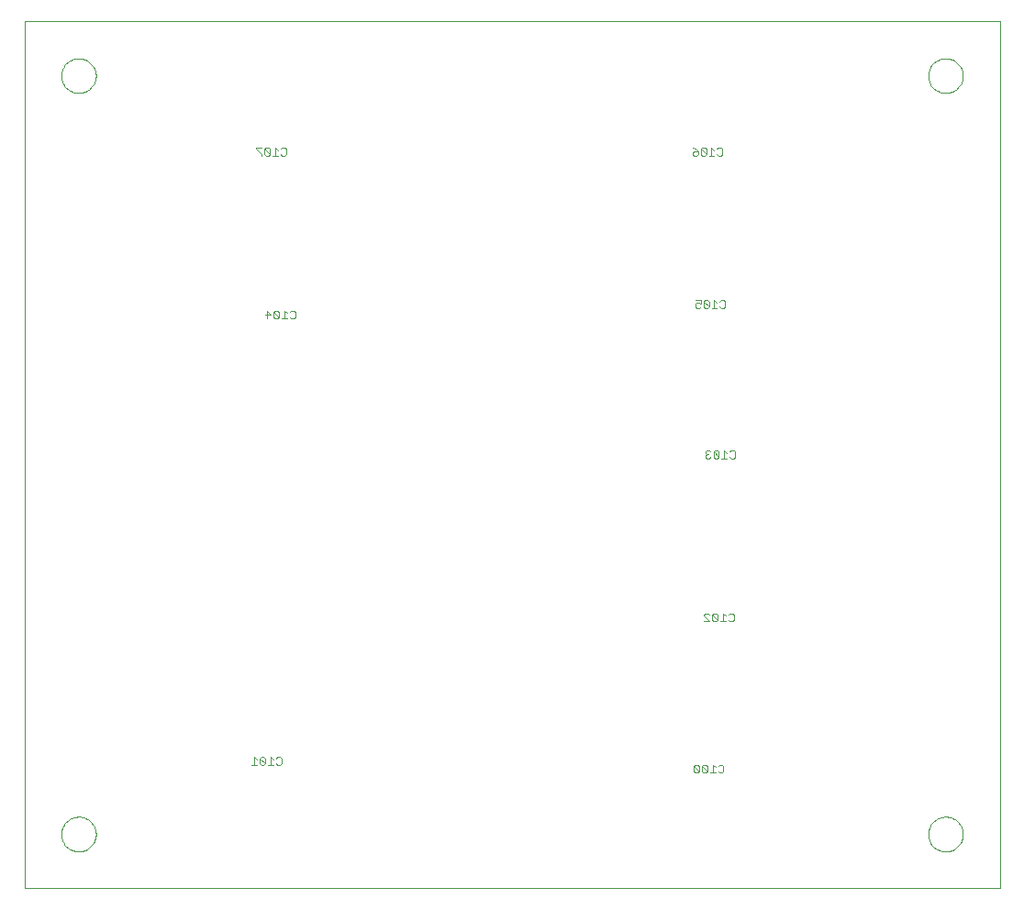
<source format=gbo>
G75*
G70*
%OFA0B0*%
%FSLAX24Y24*%
%IPPOS*%
%LPD*%
%AMOC8*
5,1,8,0,0,1.08239X$1,22.5*
%
%ADD10C,0.0000*%
%ADD11C,0.0030*%
D10*
X001140Y001460D02*
X001140Y032956D01*
X036573Y032956D01*
X036573Y001460D01*
X001140Y001460D01*
X002479Y003429D02*
X002481Y003479D01*
X002487Y003529D01*
X002497Y003578D01*
X002511Y003626D01*
X002528Y003673D01*
X002549Y003718D01*
X002574Y003762D01*
X002602Y003803D01*
X002634Y003842D01*
X002668Y003879D01*
X002705Y003913D01*
X002745Y003943D01*
X002787Y003970D01*
X002831Y003994D01*
X002877Y004015D01*
X002924Y004031D01*
X002972Y004044D01*
X003022Y004053D01*
X003071Y004058D01*
X003122Y004059D01*
X003172Y004056D01*
X003221Y004049D01*
X003270Y004038D01*
X003318Y004023D01*
X003364Y004005D01*
X003409Y003983D01*
X003452Y003957D01*
X003493Y003928D01*
X003532Y003896D01*
X003568Y003861D01*
X003600Y003823D01*
X003630Y003783D01*
X003657Y003740D01*
X003680Y003696D01*
X003699Y003650D01*
X003715Y003602D01*
X003727Y003553D01*
X003735Y003504D01*
X003739Y003454D01*
X003739Y003404D01*
X003735Y003354D01*
X003727Y003305D01*
X003715Y003256D01*
X003699Y003208D01*
X003680Y003162D01*
X003657Y003118D01*
X003630Y003075D01*
X003600Y003035D01*
X003568Y002997D01*
X003532Y002962D01*
X003493Y002930D01*
X003452Y002901D01*
X003409Y002875D01*
X003364Y002853D01*
X003318Y002835D01*
X003270Y002820D01*
X003221Y002809D01*
X003172Y002802D01*
X003122Y002799D01*
X003071Y002800D01*
X003022Y002805D01*
X002972Y002814D01*
X002924Y002827D01*
X002877Y002843D01*
X002831Y002864D01*
X002787Y002888D01*
X002745Y002915D01*
X002705Y002945D01*
X002668Y002979D01*
X002634Y003016D01*
X002602Y003055D01*
X002574Y003096D01*
X002549Y003140D01*
X002528Y003185D01*
X002511Y003232D01*
X002497Y003280D01*
X002487Y003329D01*
X002481Y003379D01*
X002479Y003429D01*
X002479Y030988D02*
X002481Y031038D01*
X002487Y031088D01*
X002497Y031137D01*
X002511Y031185D01*
X002528Y031232D01*
X002549Y031277D01*
X002574Y031321D01*
X002602Y031362D01*
X002634Y031401D01*
X002668Y031438D01*
X002705Y031472D01*
X002745Y031502D01*
X002787Y031529D01*
X002831Y031553D01*
X002877Y031574D01*
X002924Y031590D01*
X002972Y031603D01*
X003022Y031612D01*
X003071Y031617D01*
X003122Y031618D01*
X003172Y031615D01*
X003221Y031608D01*
X003270Y031597D01*
X003318Y031582D01*
X003364Y031564D01*
X003409Y031542D01*
X003452Y031516D01*
X003493Y031487D01*
X003532Y031455D01*
X003568Y031420D01*
X003600Y031382D01*
X003630Y031342D01*
X003657Y031299D01*
X003680Y031255D01*
X003699Y031209D01*
X003715Y031161D01*
X003727Y031112D01*
X003735Y031063D01*
X003739Y031013D01*
X003739Y030963D01*
X003735Y030913D01*
X003727Y030864D01*
X003715Y030815D01*
X003699Y030767D01*
X003680Y030721D01*
X003657Y030677D01*
X003630Y030634D01*
X003600Y030594D01*
X003568Y030556D01*
X003532Y030521D01*
X003493Y030489D01*
X003452Y030460D01*
X003409Y030434D01*
X003364Y030412D01*
X003318Y030394D01*
X003270Y030379D01*
X003221Y030368D01*
X003172Y030361D01*
X003122Y030358D01*
X003071Y030359D01*
X003022Y030364D01*
X002972Y030373D01*
X002924Y030386D01*
X002877Y030402D01*
X002831Y030423D01*
X002787Y030447D01*
X002745Y030474D01*
X002705Y030504D01*
X002668Y030538D01*
X002634Y030575D01*
X002602Y030614D01*
X002574Y030655D01*
X002549Y030699D01*
X002528Y030744D01*
X002511Y030791D01*
X002497Y030839D01*
X002487Y030888D01*
X002481Y030938D01*
X002479Y030988D01*
X033975Y030988D02*
X033977Y031038D01*
X033983Y031088D01*
X033993Y031137D01*
X034007Y031185D01*
X034024Y031232D01*
X034045Y031277D01*
X034070Y031321D01*
X034098Y031362D01*
X034130Y031401D01*
X034164Y031438D01*
X034201Y031472D01*
X034241Y031502D01*
X034283Y031529D01*
X034327Y031553D01*
X034373Y031574D01*
X034420Y031590D01*
X034468Y031603D01*
X034518Y031612D01*
X034567Y031617D01*
X034618Y031618D01*
X034668Y031615D01*
X034717Y031608D01*
X034766Y031597D01*
X034814Y031582D01*
X034860Y031564D01*
X034905Y031542D01*
X034948Y031516D01*
X034989Y031487D01*
X035028Y031455D01*
X035064Y031420D01*
X035096Y031382D01*
X035126Y031342D01*
X035153Y031299D01*
X035176Y031255D01*
X035195Y031209D01*
X035211Y031161D01*
X035223Y031112D01*
X035231Y031063D01*
X035235Y031013D01*
X035235Y030963D01*
X035231Y030913D01*
X035223Y030864D01*
X035211Y030815D01*
X035195Y030767D01*
X035176Y030721D01*
X035153Y030677D01*
X035126Y030634D01*
X035096Y030594D01*
X035064Y030556D01*
X035028Y030521D01*
X034989Y030489D01*
X034948Y030460D01*
X034905Y030434D01*
X034860Y030412D01*
X034814Y030394D01*
X034766Y030379D01*
X034717Y030368D01*
X034668Y030361D01*
X034618Y030358D01*
X034567Y030359D01*
X034518Y030364D01*
X034468Y030373D01*
X034420Y030386D01*
X034373Y030402D01*
X034327Y030423D01*
X034283Y030447D01*
X034241Y030474D01*
X034201Y030504D01*
X034164Y030538D01*
X034130Y030575D01*
X034098Y030614D01*
X034070Y030655D01*
X034045Y030699D01*
X034024Y030744D01*
X034007Y030791D01*
X033993Y030839D01*
X033983Y030888D01*
X033977Y030938D01*
X033975Y030988D01*
X033975Y003429D02*
X033977Y003479D01*
X033983Y003529D01*
X033993Y003578D01*
X034007Y003626D01*
X034024Y003673D01*
X034045Y003718D01*
X034070Y003762D01*
X034098Y003803D01*
X034130Y003842D01*
X034164Y003879D01*
X034201Y003913D01*
X034241Y003943D01*
X034283Y003970D01*
X034327Y003994D01*
X034373Y004015D01*
X034420Y004031D01*
X034468Y004044D01*
X034518Y004053D01*
X034567Y004058D01*
X034618Y004059D01*
X034668Y004056D01*
X034717Y004049D01*
X034766Y004038D01*
X034814Y004023D01*
X034860Y004005D01*
X034905Y003983D01*
X034948Y003957D01*
X034989Y003928D01*
X035028Y003896D01*
X035064Y003861D01*
X035096Y003823D01*
X035126Y003783D01*
X035153Y003740D01*
X035176Y003696D01*
X035195Y003650D01*
X035211Y003602D01*
X035223Y003553D01*
X035231Y003504D01*
X035235Y003454D01*
X035235Y003404D01*
X035231Y003354D01*
X035223Y003305D01*
X035211Y003256D01*
X035195Y003208D01*
X035176Y003162D01*
X035153Y003118D01*
X035126Y003075D01*
X035096Y003035D01*
X035064Y002997D01*
X035028Y002962D01*
X034989Y002930D01*
X034948Y002901D01*
X034905Y002875D01*
X034860Y002853D01*
X034814Y002835D01*
X034766Y002820D01*
X034717Y002809D01*
X034668Y002802D01*
X034618Y002799D01*
X034567Y002800D01*
X034518Y002805D01*
X034468Y002814D01*
X034420Y002827D01*
X034373Y002843D01*
X034327Y002864D01*
X034283Y002888D01*
X034241Y002915D01*
X034201Y002945D01*
X034164Y002979D01*
X034130Y003016D01*
X034098Y003055D01*
X034070Y003096D01*
X034045Y003140D01*
X034024Y003185D01*
X034007Y003232D01*
X033993Y003280D01*
X033983Y003329D01*
X033977Y003379D01*
X033975Y003429D01*
D11*
X026534Y005713D02*
X026485Y005665D01*
X026388Y005665D01*
X026340Y005713D01*
X026239Y005665D02*
X026045Y005665D01*
X026142Y005665D02*
X026142Y005955D01*
X026239Y005858D01*
X026340Y005907D02*
X026388Y005955D01*
X026485Y005955D01*
X026534Y005907D01*
X026534Y005713D01*
X025944Y005713D02*
X025751Y005907D01*
X025751Y005713D01*
X025799Y005665D01*
X025896Y005665D01*
X025944Y005713D01*
X025944Y005907D01*
X025896Y005955D01*
X025799Y005955D01*
X025751Y005907D01*
X025650Y005907D02*
X025601Y005955D01*
X025505Y005955D01*
X025456Y005907D01*
X025650Y005713D01*
X025601Y005665D01*
X025505Y005665D01*
X025456Y005713D01*
X025456Y005907D01*
X025650Y005907D02*
X025650Y005713D01*
X025836Y011165D02*
X026030Y011165D01*
X025836Y011358D01*
X025836Y011407D01*
X025885Y011455D01*
X025981Y011455D01*
X026030Y011407D01*
X026131Y011407D02*
X026324Y011213D01*
X026276Y011165D01*
X026179Y011165D01*
X026131Y011213D01*
X026131Y011407D01*
X026179Y011455D01*
X026276Y011455D01*
X026324Y011407D01*
X026324Y011213D01*
X026425Y011165D02*
X026619Y011165D01*
X026522Y011165D02*
X026522Y011455D01*
X026619Y011358D01*
X026720Y011407D02*
X026768Y011455D01*
X026865Y011455D01*
X026914Y011407D01*
X026914Y011213D01*
X026865Y011165D01*
X026768Y011165D01*
X026720Y011213D01*
X026659Y017085D02*
X026465Y017085D01*
X026562Y017085D02*
X026562Y017375D01*
X026659Y017278D01*
X026760Y017327D02*
X026808Y017375D01*
X026905Y017375D01*
X026954Y017327D01*
X026954Y017133D01*
X026905Y017085D01*
X026808Y017085D01*
X026760Y017133D01*
X026364Y017133D02*
X026171Y017327D01*
X026171Y017133D01*
X026219Y017085D01*
X026316Y017085D01*
X026364Y017133D01*
X026364Y017327D01*
X026316Y017375D01*
X026219Y017375D01*
X026171Y017327D01*
X026070Y017327D02*
X026021Y017375D01*
X025925Y017375D01*
X025876Y017327D01*
X025876Y017278D01*
X025925Y017230D01*
X025876Y017182D01*
X025876Y017133D01*
X025925Y017085D01*
X026021Y017085D01*
X026070Y017133D01*
X025973Y017230D02*
X025925Y017230D01*
X025956Y022545D02*
X026004Y022593D01*
X025811Y022787D01*
X025811Y022593D01*
X025859Y022545D01*
X025956Y022545D01*
X026004Y022593D02*
X026004Y022787D01*
X025956Y022835D01*
X025859Y022835D01*
X025811Y022787D01*
X025710Y022835D02*
X025710Y022690D01*
X025613Y022738D01*
X025565Y022738D01*
X025516Y022690D01*
X025516Y022593D01*
X025565Y022545D01*
X025661Y022545D01*
X025710Y022593D01*
X025710Y022835D02*
X025516Y022835D01*
X026105Y022545D02*
X026299Y022545D01*
X026202Y022545D02*
X026202Y022835D01*
X026299Y022738D01*
X026400Y022787D02*
X026448Y022835D01*
X026545Y022835D01*
X026594Y022787D01*
X026594Y022593D01*
X026545Y022545D01*
X026448Y022545D01*
X026400Y022593D01*
X026445Y028085D02*
X026348Y028085D01*
X026300Y028133D01*
X026199Y028085D02*
X026005Y028085D01*
X026102Y028085D02*
X026102Y028375D01*
X026199Y028278D01*
X026300Y028327D02*
X026348Y028375D01*
X026445Y028375D01*
X026494Y028327D01*
X026494Y028133D01*
X026445Y028085D01*
X025904Y028133D02*
X025856Y028085D01*
X025759Y028085D01*
X025711Y028133D01*
X025711Y028327D01*
X025904Y028133D01*
X025904Y028327D01*
X025856Y028375D01*
X025759Y028375D01*
X025711Y028327D01*
X025610Y028230D02*
X025465Y028230D01*
X025416Y028182D01*
X025416Y028133D01*
X025465Y028085D01*
X025561Y028085D01*
X025610Y028133D01*
X025610Y028230D01*
X025513Y028327D01*
X025416Y028375D01*
X010974Y022407D02*
X010974Y022213D01*
X010925Y022165D01*
X010828Y022165D01*
X010780Y022213D01*
X010679Y022165D02*
X010485Y022165D01*
X010582Y022165D02*
X010582Y022455D01*
X010679Y022358D01*
X010780Y022407D02*
X010828Y022455D01*
X010925Y022455D01*
X010974Y022407D01*
X010384Y022407D02*
X010384Y022213D01*
X010191Y022407D01*
X010191Y022213D01*
X010239Y022165D01*
X010336Y022165D01*
X010384Y022213D01*
X010384Y022407D02*
X010336Y022455D01*
X010239Y022455D01*
X010191Y022407D01*
X010090Y022310D02*
X009896Y022310D01*
X009945Y022165D02*
X009945Y022455D01*
X010090Y022310D01*
X010155Y028085D02*
X010349Y028085D01*
X010252Y028085D02*
X010252Y028375D01*
X010349Y028278D01*
X010450Y028327D02*
X010498Y028375D01*
X010595Y028375D01*
X010644Y028327D01*
X010644Y028133D01*
X010595Y028085D01*
X010498Y028085D01*
X010450Y028133D01*
X010054Y028133D02*
X010006Y028085D01*
X009909Y028085D01*
X009861Y028133D01*
X009861Y028327D01*
X010054Y028133D01*
X010054Y028327D01*
X010006Y028375D01*
X009909Y028375D01*
X009861Y028327D01*
X009760Y028375D02*
X009566Y028375D01*
X009566Y028327D01*
X009760Y028133D01*
X009760Y028085D01*
X009739Y006235D02*
X009691Y006187D01*
X009884Y005993D01*
X009836Y005945D01*
X009739Y005945D01*
X009691Y005993D01*
X009691Y006187D01*
X009739Y006235D02*
X009836Y006235D01*
X009884Y006187D01*
X009884Y005993D01*
X009985Y005945D02*
X010179Y005945D01*
X010082Y005945D02*
X010082Y006235D01*
X010179Y006138D01*
X010280Y006187D02*
X010328Y006235D01*
X010425Y006235D01*
X010474Y006187D01*
X010474Y005993D01*
X010425Y005945D01*
X010328Y005945D01*
X010280Y005993D01*
X009590Y005945D02*
X009396Y005945D01*
X009493Y005945D02*
X009493Y006235D01*
X009590Y006138D01*
M02*

</source>
